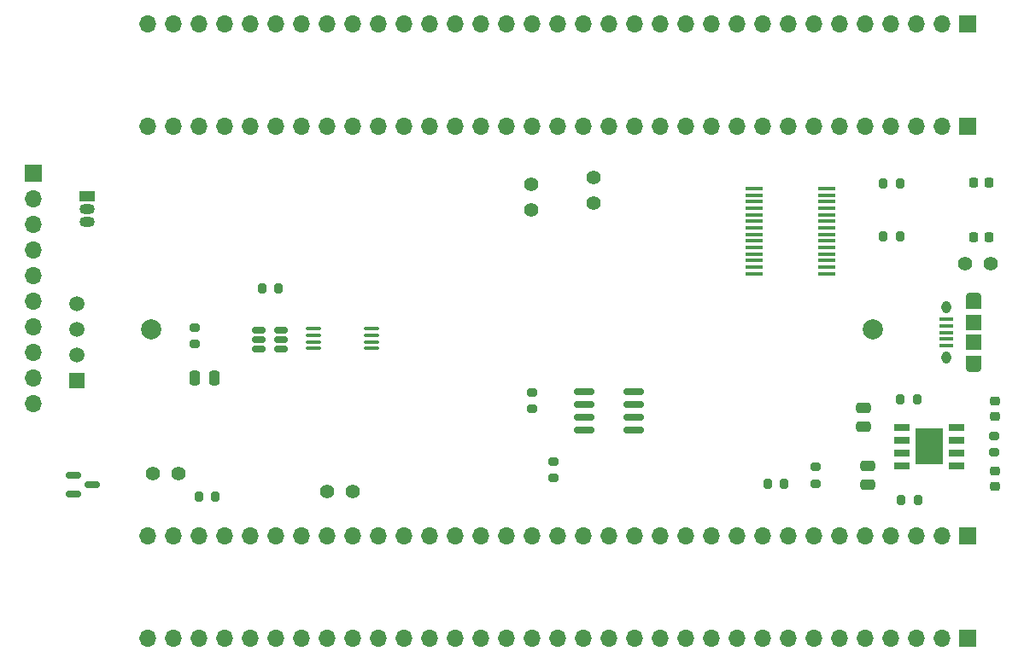
<source format=gbr>
%TF.GenerationSoftware,KiCad,Pcbnew,6.0.4-6f826c9f35~116~ubuntu21.10.1*%
%TF.CreationDate,2022-03-20T22:22:30+02:00*%
%TF.ProjectId,main,6d61696e-2e6b-4696-9361-645f70636258,rev?*%
%TF.SameCoordinates,Original*%
%TF.FileFunction,Soldermask,Top*%
%TF.FilePolarity,Negative*%
%FSLAX46Y46*%
G04 Gerber Fmt 4.6, Leading zero omitted, Abs format (unit mm)*
G04 Created by KiCad (PCBNEW 6.0.4-6f826c9f35~116~ubuntu21.10.1) date 2022-03-20 22:22:30*
%MOMM*%
%LPD*%
G01*
G04 APERTURE LIST*
G04 Aperture macros list*
%AMRoundRect*
0 Rectangle with rounded corners*
0 $1 Rounding radius*
0 $2 $3 $4 $5 $6 $7 $8 $9 X,Y pos of 4 corners*
0 Add a 4 corners polygon primitive as box body*
4,1,4,$2,$3,$4,$5,$6,$7,$8,$9,$2,$3,0*
0 Add four circle primitives for the rounded corners*
1,1,$1+$1,$2,$3*
1,1,$1+$1,$4,$5*
1,1,$1+$1,$6,$7*
1,1,$1+$1,$8,$9*
0 Add four rect primitives between the rounded corners*
20,1,$1+$1,$2,$3,$4,$5,0*
20,1,$1+$1,$4,$5,$6,$7,0*
20,1,$1+$1,$6,$7,$8,$9,0*
20,1,$1+$1,$8,$9,$2,$3,0*%
G04 Aperture macros list end*
%ADD10C,1.400000*%
%ADD11R,1.700000X1.700000*%
%ADD12O,1.700000X1.700000*%
%ADD13R,1.500000X0.650000*%
%ADD14R,2.700000X3.600000*%
%ADD15RoundRect,0.200000X-0.200000X-0.275000X0.200000X-0.275000X0.200000X0.275000X-0.200000X0.275000X0*%
%ADD16R,1.500000X1.050000*%
%ADD17O,1.500000X1.050000*%
%ADD18RoundRect,0.250000X0.475000X-0.250000X0.475000X0.250000X-0.475000X0.250000X-0.475000X-0.250000X0*%
%ADD19RoundRect,0.150000X0.825000X0.150000X-0.825000X0.150000X-0.825000X-0.150000X0.825000X-0.150000X0*%
%ADD20R,1.750000X0.450000*%
%ADD21RoundRect,0.218750X-0.218750X-0.256250X0.218750X-0.256250X0.218750X0.256250X-0.218750X0.256250X0*%
%ADD22RoundRect,0.218750X0.256250X-0.218750X0.256250X0.218750X-0.256250X0.218750X-0.256250X-0.218750X0*%
%ADD23R,1.350000X0.400000*%
%ADD24O,0.950000X1.250000*%
%ADD25R,1.550000X1.200000*%
%ADD26O,1.550000X0.890000*%
%ADD27R,1.550000X1.500000*%
%ADD28RoundRect,0.200000X0.200000X0.275000X-0.200000X0.275000X-0.200000X-0.275000X0.200000X-0.275000X0*%
%ADD29RoundRect,0.150000X0.512500X0.150000X-0.512500X0.150000X-0.512500X-0.150000X0.512500X-0.150000X0*%
%ADD30RoundRect,0.250000X-0.475000X0.250000X-0.475000X-0.250000X0.475000X-0.250000X0.475000X0.250000X0*%
%ADD31RoundRect,0.250000X-0.250000X-0.475000X0.250000X-0.475000X0.250000X0.475000X-0.250000X0.475000X0*%
%ADD32RoundRect,0.200000X-0.275000X0.200000X-0.275000X-0.200000X0.275000X-0.200000X0.275000X0.200000X0*%
%ADD33RoundRect,0.100000X-0.637500X-0.100000X0.637500X-0.100000X0.637500X0.100000X-0.637500X0.100000X0*%
%ADD34RoundRect,0.218750X-0.256250X0.218750X-0.256250X-0.218750X0.256250X-0.218750X0.256250X0.218750X0*%
%ADD35RoundRect,0.150000X-0.587500X-0.150000X0.587500X-0.150000X0.587500X0.150000X-0.587500X0.150000X0*%
%ADD36C,2.000000*%
%ADD37R,1.500000X1.500000*%
%ADD38C,1.500000*%
G04 APERTURE END LIST*
D10*
%TO.C,JP1*%
X102160000Y-110660000D03*
X99620000Y-110660000D03*
%TD*%
D11*
%TO.C,J4*%
X87720000Y-80860000D03*
D12*
X87720000Y-83400000D03*
X87720000Y-85940000D03*
X87720000Y-88480000D03*
X87720000Y-91020000D03*
X87720000Y-93560000D03*
X87720000Y-96100000D03*
X87720000Y-98640000D03*
X87720000Y-101180000D03*
X87720000Y-103720000D03*
%TD*%
D13*
%TO.C,U1*%
X179250000Y-109835000D03*
X179250000Y-108565000D03*
X179250000Y-107295000D03*
X179250000Y-106025000D03*
X173850000Y-106025000D03*
X173850000Y-107295000D03*
X173850000Y-108565000D03*
X173850000Y-109835000D03*
D14*
X176550000Y-107930000D03*
%TD*%
D15*
%TO.C,R1*%
X173695000Y-103270000D03*
X175345000Y-103270000D03*
%TD*%
D16*
%TO.C,U7*%
X93100000Y-83120000D03*
D17*
X93100000Y-84390000D03*
X93100000Y-85660000D03*
%TD*%
D18*
%TO.C,C2*%
X170060000Y-105990000D03*
X170060000Y-104090000D03*
%TD*%
D19*
%TO.C,U5*%
X147290000Y-106300000D03*
X147290000Y-105030000D03*
X147290000Y-103760000D03*
X147290000Y-102490000D03*
X142340000Y-102490000D03*
X142340000Y-103760000D03*
X142340000Y-105030000D03*
X142340000Y-106300000D03*
%TD*%
D20*
%TO.C,U8*%
X159170000Y-82345000D03*
X159170000Y-82995000D03*
X159170000Y-83645000D03*
X159170000Y-84295000D03*
X159170000Y-84945000D03*
X159170000Y-85595000D03*
X159170000Y-86245000D03*
X159170000Y-86895000D03*
X159170000Y-87545000D03*
X159170000Y-88195000D03*
X159170000Y-88845000D03*
X159170000Y-89495000D03*
X159170000Y-90145000D03*
X159170000Y-90795000D03*
X166370000Y-90795000D03*
X166370000Y-90145000D03*
X166370000Y-89495000D03*
X166370000Y-88845000D03*
X166370000Y-88195000D03*
X166370000Y-87545000D03*
X166370000Y-86895000D03*
X166370000Y-86245000D03*
X166370000Y-85595000D03*
X166370000Y-84945000D03*
X166370000Y-84295000D03*
X166370000Y-83645000D03*
X166370000Y-82995000D03*
X166370000Y-82345000D03*
%TD*%
D21*
%TO.C,D3*%
X180942500Y-81782500D03*
X182517500Y-81782500D03*
%TD*%
D22*
%TO.C,D1*%
X183080000Y-111900000D03*
X183080000Y-110325000D03*
%TD*%
D23*
%TO.C,J1*%
X178270000Y-97920000D03*
X178270000Y-97270000D03*
X178270000Y-96620000D03*
X178270000Y-95970000D03*
X178270000Y-95320000D03*
D24*
X178270000Y-94120000D03*
D25*
X180970000Y-93720000D03*
X180970000Y-99520000D03*
D26*
X180970000Y-100120000D03*
D27*
X180970000Y-97620000D03*
D24*
X178270000Y-99120000D03*
D26*
X180970000Y-93120000D03*
D27*
X180970000Y-95620000D03*
%TD*%
D15*
%TO.C,R4*%
X110425000Y-92230000D03*
X112075000Y-92230000D03*
%TD*%
D28*
%TO.C,R12*%
X173665000Y-87120000D03*
X172015000Y-87120000D03*
%TD*%
D29*
%TO.C,U2*%
X112347500Y-98260000D03*
X112347500Y-97310000D03*
X112347500Y-96360000D03*
X110072500Y-96360000D03*
X110072500Y-97310000D03*
X110072500Y-98260000D03*
%TD*%
D11*
%TO.C,J3*%
X180340000Y-76200000D03*
D12*
X177800000Y-76200000D03*
X175260000Y-76200000D03*
X172720000Y-76200000D03*
X170180000Y-76200000D03*
X167640000Y-76200000D03*
X165100000Y-76200000D03*
X162560000Y-76200000D03*
X160020000Y-76200000D03*
X157480000Y-76200000D03*
X154940000Y-76200000D03*
X152400000Y-76200000D03*
X149860000Y-76200000D03*
X147320000Y-76200000D03*
X144780000Y-76200000D03*
X142240000Y-76200000D03*
X139700000Y-76200000D03*
X137160000Y-76200000D03*
X134620000Y-76200000D03*
X132080000Y-76200000D03*
X129540000Y-76200000D03*
X127000000Y-76200000D03*
X124460000Y-76200000D03*
X121920000Y-76200000D03*
X119380000Y-76200000D03*
X116840000Y-76200000D03*
X114300000Y-76200000D03*
X111760000Y-76200000D03*
X109220000Y-76200000D03*
X106680000Y-76200000D03*
X104140000Y-76200000D03*
X101600000Y-76200000D03*
X99060000Y-76200000D03*
%TD*%
D30*
%TO.C,C1*%
X170470000Y-109860000D03*
X170470000Y-111760000D03*
%TD*%
D28*
%TO.C,R11*%
X173680000Y-81810000D03*
X172030000Y-81810000D03*
%TD*%
D15*
%TO.C,R2*%
X173785000Y-113210000D03*
X175435000Y-113210000D03*
%TD*%
D31*
%TO.C,C3*%
X103770000Y-101160000D03*
X105670000Y-101160000D03*
%TD*%
D32*
%TO.C,R10*%
X137240000Y-102555000D03*
X137240000Y-104205000D03*
%TD*%
D21*
%TO.C,D4*%
X180942500Y-87160000D03*
X182517500Y-87160000D03*
%TD*%
D11*
%TO.C,J2*%
X180340000Y-66040000D03*
D12*
X177800000Y-66040000D03*
X175260000Y-66040000D03*
X172720000Y-66040000D03*
X170180000Y-66040000D03*
X167640000Y-66040000D03*
X165100000Y-66040000D03*
X162560000Y-66040000D03*
X160020000Y-66040000D03*
X157480000Y-66040000D03*
X154940000Y-66040000D03*
X152400000Y-66040000D03*
X149860000Y-66040000D03*
X147320000Y-66040000D03*
X144780000Y-66040000D03*
X142240000Y-66040000D03*
X139700000Y-66040000D03*
X137160000Y-66040000D03*
X134620000Y-66040000D03*
X132080000Y-66040000D03*
X129540000Y-66040000D03*
X127000000Y-66040000D03*
X124460000Y-66040000D03*
X121920000Y-66040000D03*
X119380000Y-66040000D03*
X116840000Y-66040000D03*
X114300000Y-66040000D03*
X111760000Y-66040000D03*
X109220000Y-66040000D03*
X106680000Y-66040000D03*
X104140000Y-66040000D03*
X101600000Y-66040000D03*
X99060000Y-66040000D03*
%TD*%
D33*
%TO.C,U3*%
X115527500Y-96245000D03*
X115527500Y-96895000D03*
X115527500Y-97545000D03*
X115527500Y-98195000D03*
X121252500Y-98195000D03*
X121252500Y-97545000D03*
X121252500Y-96895000D03*
X121252500Y-96245000D03*
%TD*%
D28*
%TO.C,R7*%
X162175000Y-111610000D03*
X160525000Y-111610000D03*
%TD*%
D11*
%TO.C,J6*%
X180340000Y-127000000D03*
D12*
X177800000Y-127000000D03*
X175260000Y-127000000D03*
X172720000Y-127000000D03*
X170180000Y-127000000D03*
X167640000Y-127000000D03*
X165100000Y-127000000D03*
X162560000Y-127000000D03*
X160020000Y-127000000D03*
X157480000Y-127000000D03*
X154940000Y-127000000D03*
X152400000Y-127000000D03*
X149860000Y-127000000D03*
X147320000Y-127000000D03*
X144780000Y-127000000D03*
X142240000Y-127000000D03*
X139700000Y-127000000D03*
X137160000Y-127000000D03*
X134620000Y-127000000D03*
X132080000Y-127000000D03*
X129540000Y-127000000D03*
X127000000Y-127000000D03*
X124460000Y-127000000D03*
X121920000Y-127000000D03*
X119380000Y-127000000D03*
X116840000Y-127000000D03*
X114300000Y-127000000D03*
X111760000Y-127000000D03*
X109220000Y-127000000D03*
X106680000Y-127000000D03*
X104140000Y-127000000D03*
X101600000Y-127000000D03*
X99060000Y-127000000D03*
%TD*%
D32*
%TO.C,R9*%
X139290000Y-109435000D03*
X139290000Y-111085000D03*
%TD*%
D11*
%TO.C,J5*%
X180340000Y-116840000D03*
D12*
X177800000Y-116840000D03*
X175260000Y-116840000D03*
X172720000Y-116840000D03*
X170180000Y-116840000D03*
X167640000Y-116840000D03*
X165100000Y-116840000D03*
X162560000Y-116840000D03*
X160020000Y-116840000D03*
X157480000Y-116840000D03*
X154940000Y-116840000D03*
X152400000Y-116840000D03*
X149860000Y-116840000D03*
X147320000Y-116840000D03*
X144780000Y-116840000D03*
X142240000Y-116840000D03*
X139700000Y-116840000D03*
X137160000Y-116840000D03*
X134620000Y-116840000D03*
X132080000Y-116840000D03*
X129540000Y-116840000D03*
X127000000Y-116840000D03*
X124460000Y-116840000D03*
X121920000Y-116840000D03*
X119380000Y-116840000D03*
X116840000Y-116840000D03*
X114300000Y-116840000D03*
X111760000Y-116840000D03*
X109220000Y-116840000D03*
X106680000Y-116840000D03*
X104140000Y-116840000D03*
X101600000Y-116840000D03*
X99060000Y-116840000D03*
%TD*%
D32*
%TO.C,R5*%
X103780000Y-96105000D03*
X103780000Y-97755000D03*
%TD*%
D34*
%TO.C,D2*%
X183110000Y-103402500D03*
X183110000Y-104977500D03*
%TD*%
D15*
%TO.C,R8*%
X104175000Y-112880000D03*
X105825000Y-112880000D03*
%TD*%
D32*
%TO.C,R6*%
X165330000Y-109975000D03*
X165330000Y-111625000D03*
%TD*%
D35*
%TO.C,U4*%
X91712500Y-110790000D03*
X91712500Y-112690000D03*
X93587500Y-111740000D03*
%TD*%
D32*
%TO.C,R3*%
X183030000Y-106895000D03*
X183030000Y-108545000D03*
%TD*%
D10*
%TO.C,JP2*%
X116870000Y-112440000D03*
X119410000Y-112440000D03*
%TD*%
%TO.C,JP5*%
X180130000Y-89820000D03*
X182670000Y-89820000D03*
%TD*%
%TO.C,JP4*%
X143330000Y-83820000D03*
X143330000Y-81280000D03*
%TD*%
D36*
%TO.C,BT1*%
X99400000Y-96350000D03*
X171000000Y-96350000D03*
%TD*%
D37*
%TO.C,U6*%
X92057500Y-101372500D03*
D38*
X92057500Y-98832500D03*
X92057500Y-96292500D03*
X92057500Y-93752500D03*
%TD*%
D10*
%TO.C,JP3*%
X137080000Y-84450000D03*
X137080000Y-81910000D03*
%TD*%
M02*

</source>
